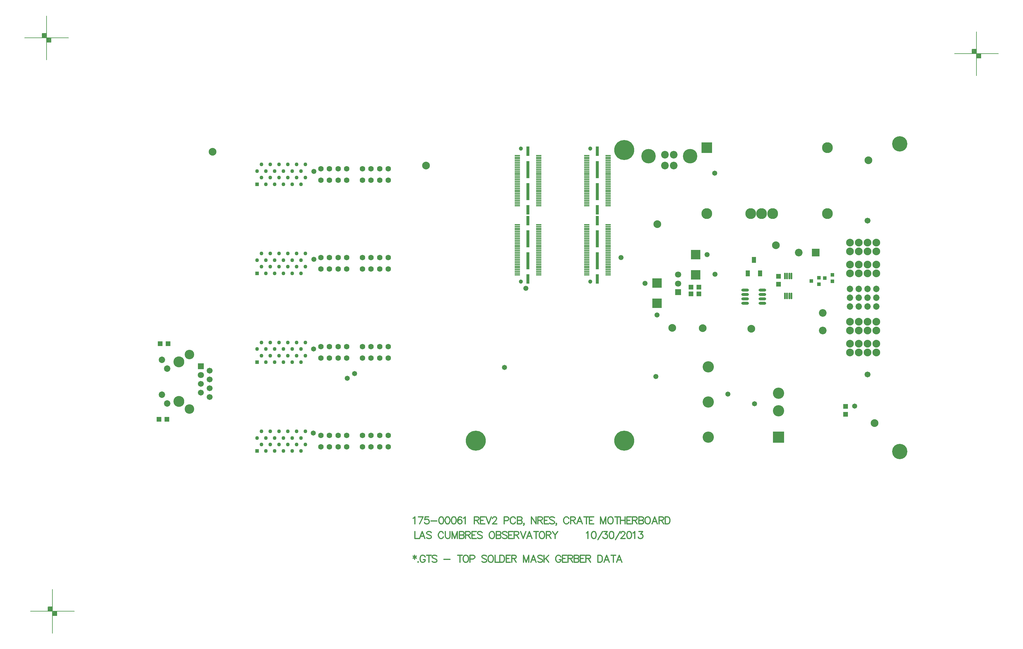
<source format=gts>
%FSLAX23Y23*%
%MOIN*%
G70*
G01*
G75*
G04 Layer_Color=8388736*
%ADD10R,0.050X0.050*%
%ADD11R,0.100X0.100*%
%ADD12R,0.039X0.059*%
%ADD13O,0.079X0.024*%
%ADD14R,0.036X0.036*%
%ADD15O,0.014X0.067*%
%ADD16R,0.050X0.050*%
%ADD17R,0.025X0.100*%
%ADD18R,0.057X0.012*%
%ADD19R,0.025X0.185*%
%ADD20C,0.050*%
%ADD21C,0.025*%
%ADD22C,0.010*%
%ADD23C,0.006*%
%ADD24C,0.012*%
%ADD25C,0.008*%
%ADD26C,0.012*%
%ADD27C,0.012*%
%ADD28C,0.166*%
%ADD29C,0.080*%
%ADD30R,0.063X0.063*%
%ADD31C,0.063*%
%ADD32C,0.120*%
%ADD33R,0.120X0.120*%
%ADD34C,0.079*%
%ADD35R,0.079X0.079*%
%ADD36R,0.115X0.115*%
%ADD37C,0.115*%
%ADD38C,0.059*%
%ADD39C,0.065*%
%ADD40C,0.100*%
%ADD41C,0.116*%
%ADD42C,0.059*%
%ADD43R,0.059X0.059*%
%ADD44C,0.039*%
%ADD45C,0.220*%
%ADD46C,0.157*%
%ADD47C,0.070*%
%ADD48C,0.050*%
%ADD49C,0.020*%
%ADD50C,0.040*%
%ADD51C,0.206*%
%ADD52C,0.092*%
%ADD53C,0.079*%
%ADD54C,0.118*%
G04:AMPARAMS|DCode=55|XSize=138mil|YSize=138mil|CornerRadius=0mil|HoleSize=0mil|Usage=FLASHONLY|Rotation=0.000|XOffset=0mil|YOffset=0mil|HoleType=Round|Shape=Relief|Width=10mil|Gap=10mil|Entries=4|*
%AMTHD55*
7,0,0,0.138,0.118,0.010,45*
%
%ADD55THD55*%
G04:AMPARAMS|DCode=56|XSize=107.244mil|YSize=107.244mil|CornerRadius=0mil|HoleSize=0mil|Usage=FLASHONLY|Rotation=0.000|XOffset=0mil|YOffset=0mil|HoleType=Round|Shape=Relief|Width=10mil|Gap=10mil|Entries=4|*
%AMTHD56*
7,0,0,0.107,0.087,0.010,45*
%
%ADD56THD56*%
%ADD57C,0.087*%
%ADD58C,0.190*%
G04:AMPARAMS|DCode=59|XSize=112mil|YSize=112mil|CornerRadius=0mil|HoleSize=0mil|Usage=FLASHONLY|Rotation=0.000|XOffset=0mil|YOffset=0mil|HoleType=Round|Shape=Relief|Width=10mil|Gap=10mil|Entries=4|*
%AMTHD59*
7,0,0,0.112,0.092,0.010,45*
%
%ADD59THD59*%
G04:AMPARAMS|DCode=60|XSize=100mil|YSize=100mil|CornerRadius=0mil|HoleSize=0mil|Usage=FLASHONLY|Rotation=0.000|XOffset=0mil|YOffset=0mil|HoleType=Round|Shape=Relief|Width=10mil|Gap=10mil|Entries=4|*
%AMTHD60*
7,0,0,0.100,0.080,0.010,45*
%
%ADD60THD60*%
G04:AMPARAMS|DCode=61|XSize=123mil|YSize=123mil|CornerRadius=0mil|HoleSize=0mil|Usage=FLASHONLY|Rotation=0.000|XOffset=0mil|YOffset=0mil|HoleType=Round|Shape=Relief|Width=10mil|Gap=10mil|Entries=4|*
%AMTHD61*
7,0,0,0.123,0.103,0.010,45*
%
%ADD61THD61*%
%ADD62C,0.168*%
%ADD63C,0.075*%
%ADD64C,0.080*%
%ADD65C,0.076*%
G04:AMPARAMS|DCode=66|XSize=96.221mil|YSize=96.221mil|CornerRadius=0mil|HoleSize=0mil|Usage=FLASHONLY|Rotation=0.000|XOffset=0mil|YOffset=0mil|HoleType=Round|Shape=Relief|Width=10mil|Gap=10mil|Entries=4|*
%AMTHD66*
7,0,0,0.096,0.076,0.010,45*
%
%ADD66THD66*%
G04:AMPARAMS|DCode=67|XSize=150.551mil|YSize=150.551mil|CornerRadius=0mil|HoleSize=0mil|Usage=FLASHONLY|Rotation=0.000|XOffset=0mil|YOffset=0mil|HoleType=Round|Shape=Relief|Width=10mil|Gap=10mil|Entries=4|*
%AMTHD67*
7,0,0,0.151,0.131,0.010,45*
%
%ADD67THD67*%
G04:AMPARAMS|DCode=68|XSize=91mil|YSize=91mil|CornerRadius=0mil|HoleSize=0mil|Usage=FLASHONLY|Rotation=0.000|XOffset=0mil|YOffset=0mil|HoleType=Round|Shape=Relief|Width=10mil|Gap=10mil|Entries=4|*
%AMTHD68*
7,0,0,0.091,0.071,0.010,45*
%
%ADD68THD68*%
%ADD69C,0.071*%
%ADD70C,0.068*%
G04:AMPARAMS|DCode=71|XSize=70mil|YSize=70mil|CornerRadius=0mil|HoleSize=0mil|Usage=FLASHONLY|Rotation=0.000|XOffset=0mil|YOffset=0mil|HoleType=Round|Shape=Relief|Width=10mil|Gap=10mil|Entries=4|*
%AMTHD71*
7,0,0,0.070,0.050,0.010,45*
%
%ADD71THD71*%
G04:AMPARAMS|DCode=72|XSize=88mil|YSize=88mil|CornerRadius=0mil|HoleSize=0mil|Usage=FLASHONLY|Rotation=0.000|XOffset=0mil|YOffset=0mil|HoleType=Round|Shape=Relief|Width=10mil|Gap=10mil|Entries=4|*
%AMTHD72*
7,0,0,0.088,0.068,0.010,45*
%
%ADD72THD72*%
%ADD73C,0.020*%
%ADD74C,0.103*%
%ADD75C,0.131*%
%ADD76C,0.005*%
%ADD77R,0.060X0.086*%
%ADD78R,0.100X0.100*%
%ADD79R,0.102X0.094*%
%ADD80R,0.059X0.087*%
%ADD81R,0.094X0.102*%
%ADD82R,0.045X0.017*%
%ADD83R,0.053X0.053*%
%ADD84R,0.053X0.035*%
%ADD85C,0.010*%
%ADD86C,0.010*%
%ADD87C,0.024*%
%ADD88C,0.007*%
%ADD89C,0.008*%
%ADD90C,0.007*%
%ADD91C,0.015*%
%ADD92R,0.194X0.245*%
%ADD93R,0.058X0.058*%
%ADD94R,0.108X0.108*%
%ADD95R,0.047X0.067*%
%ADD96O,0.087X0.032*%
%ADD97R,0.044X0.044*%
%ADD98O,0.022X0.075*%
%ADD99R,0.058X0.058*%
%ADD100R,0.033X0.108*%
%ADD101R,0.061X0.016*%
%ADD102R,0.033X0.193*%
%ADD103C,0.174*%
%ADD104C,0.088*%
%ADD105R,0.071X0.071*%
%ADD106C,0.071*%
%ADD107C,0.128*%
%ADD108R,0.128X0.128*%
%ADD109C,0.087*%
%ADD110R,0.087X0.087*%
%ADD111R,0.123X0.123*%
%ADD112C,0.123*%
%ADD113C,0.067*%
%ADD114C,0.073*%
%ADD115C,0.108*%
%ADD116C,0.124*%
%ADD117C,0.067*%
%ADD118R,0.067X0.067*%
%ADD119C,0.047*%
%ADD120C,0.228*%
%ADD121C,0.165*%
%ADD122C,0.063*%
%ADD123C,0.043*%
%ADD124R,0.043X0.043*%
%ADD125C,0.058*%
D24*
X13410Y9183D02*
Y9137D01*
X13391Y9172D02*
X13429Y9149D01*
Y9172D02*
X13391Y9149D01*
X13449Y9111D02*
X13445Y9107D01*
X13449Y9103D01*
X13453Y9107D01*
X13449Y9111D01*
X13528Y9164D02*
X13524Y9172D01*
X13516Y9179D01*
X13509Y9183D01*
X13493D01*
X13486Y9179D01*
X13478Y9172D01*
X13474Y9164D01*
X13471Y9153D01*
Y9133D01*
X13474Y9122D01*
X13478Y9114D01*
X13486Y9107D01*
X13493Y9103D01*
X13509D01*
X13516Y9107D01*
X13524Y9114D01*
X13528Y9122D01*
Y9133D01*
X13509D02*
X13528D01*
X13573Y9183D02*
Y9103D01*
X13546Y9183D02*
X13599D01*
X13662Y9172D02*
X13655Y9179D01*
X13643Y9183D01*
X13628D01*
X13616Y9179D01*
X13609Y9172D01*
Y9164D01*
X13613Y9156D01*
X13616Y9153D01*
X13624Y9149D01*
X13647Y9141D01*
X13655Y9137D01*
X13658Y9133D01*
X13662Y9126D01*
Y9114D01*
X13655Y9107D01*
X13643Y9103D01*
X13628D01*
X13616Y9107D01*
X13609Y9114D01*
X13743Y9137D02*
X13811D01*
X13925Y9183D02*
Y9103D01*
X13898Y9183D02*
X13951D01*
X13984D02*
X13976Y9179D01*
X13968Y9172D01*
X13965Y9164D01*
X13961Y9153D01*
Y9133D01*
X13965Y9122D01*
X13968Y9114D01*
X13976Y9107D01*
X13984Y9103D01*
X13999D01*
X14006Y9107D01*
X14014Y9114D01*
X14018Y9122D01*
X14022Y9133D01*
Y9153D01*
X14018Y9164D01*
X14014Y9172D01*
X14006Y9179D01*
X13999Y9183D01*
X13984D01*
X14040Y9141D02*
X14075D01*
X14086Y9145D01*
X14090Y9149D01*
X14094Y9156D01*
Y9168D01*
X14090Y9175D01*
X14086Y9179D01*
X14075Y9183D01*
X14040D01*
Y9103D01*
X14228Y9172D02*
X14220Y9179D01*
X14209Y9183D01*
X14193D01*
X14182Y9179D01*
X14174Y9172D01*
Y9164D01*
X14178Y9156D01*
X14182Y9153D01*
X14190Y9149D01*
X14213Y9141D01*
X14220Y9137D01*
X14224Y9133D01*
X14228Y9126D01*
Y9114D01*
X14220Y9107D01*
X14209Y9103D01*
X14193D01*
X14182Y9107D01*
X14174Y9114D01*
X14269Y9183D02*
X14261Y9179D01*
X14253Y9172D01*
X14249Y9164D01*
X14246Y9153D01*
Y9133D01*
X14249Y9122D01*
X14253Y9114D01*
X14261Y9107D01*
X14269Y9103D01*
X14284D01*
X14291Y9107D01*
X14299Y9114D01*
X14303Y9122D01*
X14307Y9133D01*
Y9153D01*
X14303Y9164D01*
X14299Y9172D01*
X14291Y9179D01*
X14284Y9183D01*
X14269D01*
X14325D02*
Y9103D01*
X14371D01*
X14380Y9183D02*
Y9103D01*
Y9183D02*
X14406D01*
X14418Y9179D01*
X14425Y9172D01*
X14429Y9164D01*
X14433Y9153D01*
Y9133D01*
X14429Y9122D01*
X14425Y9114D01*
X14418Y9107D01*
X14406Y9103D01*
X14380D01*
X14500Y9183D02*
X14451D01*
Y9103D01*
X14500D01*
X14451Y9145D02*
X14481D01*
X14514Y9183D02*
Y9103D01*
Y9183D02*
X14548D01*
X14560Y9179D01*
X14563Y9175D01*
X14567Y9168D01*
Y9160D01*
X14563Y9153D01*
X14560Y9149D01*
X14548Y9145D01*
X14514D01*
X14540D02*
X14567Y9103D01*
X14648Y9183D02*
Y9103D01*
Y9183D02*
X14678Y9103D01*
X14709Y9183D02*
X14678Y9103D01*
X14709Y9183D02*
Y9103D01*
X14793D02*
X14762Y9183D01*
X14732Y9103D01*
X14743Y9130D02*
X14781D01*
X14865Y9172D02*
X14857Y9179D01*
X14846Y9183D01*
X14830D01*
X14819Y9179D01*
X14811Y9172D01*
Y9164D01*
X14815Y9156D01*
X14819Y9153D01*
X14827Y9149D01*
X14849Y9141D01*
X14857Y9137D01*
X14861Y9133D01*
X14865Y9126D01*
Y9114D01*
X14857Y9107D01*
X14846Y9103D01*
X14830D01*
X14819Y9107D01*
X14811Y9114D01*
X14882Y9183D02*
Y9103D01*
X14936Y9183D02*
X14882Y9130D01*
X14902Y9149D02*
X14936Y9103D01*
X15074Y9164D02*
X15070Y9172D01*
X15062Y9179D01*
X15055Y9183D01*
X15039D01*
X15032Y9179D01*
X15024Y9172D01*
X15020Y9164D01*
X15017Y9153D01*
Y9133D01*
X15020Y9122D01*
X15024Y9114D01*
X15032Y9107D01*
X15039Y9103D01*
X15055D01*
X15062Y9107D01*
X15070Y9114D01*
X15074Y9122D01*
Y9133D01*
X15055D02*
X15074D01*
X15141Y9183D02*
X15092D01*
Y9103D01*
X15141D01*
X15092Y9145D02*
X15122D01*
X15155Y9183D02*
Y9103D01*
Y9183D02*
X15189D01*
X15201Y9179D01*
X15204Y9175D01*
X15208Y9168D01*
Y9160D01*
X15204Y9153D01*
X15201Y9149D01*
X15189Y9145D01*
X15155D01*
X15181D02*
X15208Y9103D01*
X15226Y9183D02*
Y9103D01*
Y9183D02*
X15260D01*
X15272Y9179D01*
X15276Y9175D01*
X15279Y9168D01*
Y9160D01*
X15276Y9153D01*
X15272Y9149D01*
X15260Y9145D01*
X15226D02*
X15260D01*
X15272Y9141D01*
X15276Y9137D01*
X15279Y9130D01*
Y9118D01*
X15276Y9111D01*
X15272Y9107D01*
X15260Y9103D01*
X15226D01*
X15347Y9183D02*
X15297D01*
Y9103D01*
X15347D01*
X15297Y9145D02*
X15328D01*
X15360Y9183D02*
Y9103D01*
Y9183D02*
X15394D01*
X15406Y9179D01*
X15410Y9175D01*
X15413Y9168D01*
Y9160D01*
X15410Y9153D01*
X15406Y9149D01*
X15394Y9145D01*
X15360D01*
X15387D02*
X15413Y9103D01*
X15494Y9183D02*
Y9103D01*
Y9183D02*
X15521D01*
X15532Y9179D01*
X15540Y9172D01*
X15544Y9164D01*
X15547Y9153D01*
Y9133D01*
X15544Y9122D01*
X15540Y9114D01*
X15532Y9107D01*
X15521Y9103D01*
X15494D01*
X15626D02*
X15596Y9183D01*
X15565Y9103D01*
X15577Y9130D02*
X15615D01*
X15672Y9183D02*
Y9103D01*
X15645Y9183D02*
X15698D01*
X15769Y9103D02*
X15738Y9183D01*
X15708Y9103D01*
X15719Y9130D02*
X15757D01*
D25*
X9306Y8521D02*
X9316D01*
Y8516D02*
Y8526D01*
X9306D02*
X9316D01*
X9306Y8516D02*
Y8526D01*
Y8516D02*
X9316D01*
X9321D02*
Y8531D01*
X9301D02*
X9321D01*
X9301Y8511D02*
Y8531D01*
Y8511D02*
X9321D01*
X9326D02*
Y8536D01*
X9296D02*
X9326D01*
X9296Y8506D02*
Y8536D01*
Y8506D02*
X9326D01*
X9331Y8501D02*
Y8541D01*
X9291D02*
X9331D01*
X9291Y8501D02*
Y8541D01*
Y8501D02*
X9331D01*
X9256Y8571D02*
X9266D01*
Y8566D02*
Y8576D01*
X9256D02*
X9266D01*
X9256Y8566D02*
Y8576D01*
Y8566D02*
X9266D01*
X9271D02*
Y8581D01*
X9251D02*
X9271D01*
X9251Y8561D02*
Y8581D01*
Y8561D02*
X9271D01*
X9276D02*
Y8586D01*
X9246D02*
X9276D01*
X9246Y8556D02*
Y8586D01*
Y8556D02*
X9276D01*
X9281Y8551D02*
Y8591D01*
X9241D02*
X9281D01*
X9241Y8551D02*
Y8591D01*
Y8551D02*
X9281D01*
X9236Y8596D02*
X9286D01*
X9236Y8546D02*
Y8596D01*
X9286Y8496D02*
X9336D01*
Y8546D01*
X9286Y8296D02*
Y8796D01*
X9036Y8546D02*
X9536D01*
X9240Y15045D02*
X9250D01*
Y15040D02*
Y15050D01*
X9240D02*
X9250D01*
X9240Y15040D02*
Y15050D01*
Y15040D02*
X9250D01*
X9255D02*
Y15055D01*
X9235D02*
X9255D01*
X9235Y15035D02*
Y15055D01*
Y15035D02*
X9255D01*
X9260D02*
Y15060D01*
X9230D02*
X9260D01*
X9230Y15030D02*
Y15060D01*
Y15030D02*
X9260D01*
X9265Y15025D02*
Y15065D01*
X9225D02*
X9265D01*
X9225Y15025D02*
Y15065D01*
Y15025D02*
X9265D01*
X9190Y15095D02*
X9200D01*
Y15090D02*
Y15100D01*
X9190D02*
X9200D01*
X9190Y15090D02*
Y15100D01*
Y15090D02*
X9200D01*
X9205D02*
Y15105D01*
X9185D02*
X9205D01*
X9185Y15085D02*
Y15105D01*
Y15085D02*
X9205D01*
X9210D02*
Y15110D01*
X9180D02*
X9210D01*
X9180Y15080D02*
Y15110D01*
Y15080D02*
X9210D01*
X9215Y15075D02*
Y15115D01*
X9175D02*
X9215D01*
X9175Y15075D02*
Y15115D01*
Y15075D02*
X9215D01*
X9170Y15120D02*
X9220D01*
X9170Y15070D02*
Y15120D01*
X9220Y15020D02*
X9270D01*
Y15070D01*
X9220Y14820D02*
Y15320D01*
X8970Y15070D02*
X9470D01*
X19824Y14865D02*
X19834D01*
Y14860D02*
Y14870D01*
X19824D02*
X19834D01*
X19824Y14860D02*
Y14870D01*
Y14860D02*
X19834D01*
X19839D02*
Y14875D01*
X19819D02*
X19839D01*
X19819Y14855D02*
Y14875D01*
Y14855D02*
X19839D01*
X19844D02*
Y14880D01*
X19814D02*
X19844D01*
X19814Y14850D02*
Y14880D01*
Y14850D02*
X19844D01*
X19849Y14845D02*
Y14885D01*
X19809D02*
X19849D01*
X19809Y14845D02*
Y14885D01*
Y14845D02*
X19849D01*
X19774Y14915D02*
X19784D01*
Y14910D02*
Y14920D01*
X19774D02*
X19784D01*
X19774Y14910D02*
Y14920D01*
Y14910D02*
X19784D01*
X19789D02*
Y14925D01*
X19769D02*
X19789D01*
X19769Y14905D02*
Y14925D01*
Y14905D02*
X19789D01*
X19794D02*
Y14930D01*
X19764D02*
X19794D01*
X19764Y14900D02*
Y14930D01*
Y14900D02*
X19794D01*
X19799Y14895D02*
Y14935D01*
X19759D02*
X19799D01*
X19759Y14895D02*
Y14935D01*
Y14895D02*
X19799D01*
X19754Y14940D02*
X19804D01*
X19754Y14890D02*
Y14940D01*
X19804Y14840D02*
X19854D01*
Y14890D01*
X19804Y14640D02*
Y15140D01*
X19554Y14890D02*
X20054D01*
D26*
X13393Y9604D02*
X13401Y9608D01*
X13412Y9619D01*
Y9539D01*
X13505Y9619D02*
X13467Y9539D01*
X13452Y9619D02*
X13505D01*
X13568D02*
X13530D01*
X13527Y9585D01*
X13530Y9589D01*
X13542Y9593D01*
X13553D01*
X13565Y9589D01*
X13572Y9581D01*
X13576Y9570D01*
Y9562D01*
X13572Y9551D01*
X13565Y9543D01*
X13553Y9539D01*
X13542D01*
X13530Y9543D01*
X13527Y9547D01*
X13523Y9555D01*
X13594Y9574D02*
X13663D01*
X13709Y9619D02*
X13698Y9616D01*
X13690Y9604D01*
X13686Y9585D01*
Y9574D01*
X13690Y9555D01*
X13698Y9543D01*
X13709Y9539D01*
X13717D01*
X13728Y9543D01*
X13736Y9555D01*
X13739Y9574D01*
Y9585D01*
X13736Y9604D01*
X13728Y9616D01*
X13717Y9619D01*
X13709D01*
X13780D02*
X13769Y9616D01*
X13761Y9604D01*
X13757Y9585D01*
Y9574D01*
X13761Y9555D01*
X13769Y9543D01*
X13780Y9539D01*
X13788D01*
X13799Y9543D01*
X13807Y9555D01*
X13811Y9574D01*
Y9585D01*
X13807Y9604D01*
X13799Y9616D01*
X13788Y9619D01*
X13780D01*
X13851D02*
X13840Y9616D01*
X13832Y9604D01*
X13829Y9585D01*
Y9574D01*
X13832Y9555D01*
X13840Y9543D01*
X13851Y9539D01*
X13859D01*
X13871Y9543D01*
X13878Y9555D01*
X13882Y9574D01*
Y9585D01*
X13878Y9604D01*
X13871Y9616D01*
X13859Y9619D01*
X13851D01*
X13946Y9608D02*
X13942Y9616D01*
X13930Y9619D01*
X13923D01*
X13911Y9616D01*
X13904Y9604D01*
X13900Y9585D01*
Y9566D01*
X13904Y9551D01*
X13911Y9543D01*
X13923Y9539D01*
X13926D01*
X13938Y9543D01*
X13946Y9551D01*
X13949Y9562D01*
Y9566D01*
X13946Y9577D01*
X13938Y9585D01*
X13926Y9589D01*
X13923D01*
X13911Y9585D01*
X13904Y9577D01*
X13900Y9566D01*
X13967Y9604D02*
X13974Y9608D01*
X13986Y9619D01*
Y9539D01*
X14088Y9619D02*
Y9539D01*
Y9619D02*
X14123D01*
X14134Y9616D01*
X14138Y9612D01*
X14142Y9604D01*
Y9596D01*
X14138Y9589D01*
X14134Y9585D01*
X14123Y9581D01*
X14088D01*
X14115D02*
X14142Y9539D01*
X14209Y9619D02*
X14160D01*
Y9539D01*
X14209D01*
X14160Y9581D02*
X14190D01*
X14222Y9619D02*
X14253Y9539D01*
X14283Y9619D02*
X14253Y9539D01*
X14297Y9600D02*
Y9604D01*
X14301Y9612D01*
X14305Y9616D01*
X14313Y9619D01*
X14328D01*
X14336Y9616D01*
X14339Y9612D01*
X14343Y9604D01*
Y9596D01*
X14339Y9589D01*
X14332Y9577D01*
X14294Y9539D01*
X14347D01*
X14428Y9577D02*
X14462D01*
X14473Y9581D01*
X14477Y9585D01*
X14481Y9593D01*
Y9604D01*
X14477Y9612D01*
X14473Y9616D01*
X14462Y9619D01*
X14428D01*
Y9539D01*
X14556Y9600D02*
X14552Y9608D01*
X14545Y9616D01*
X14537Y9619D01*
X14522D01*
X14514Y9616D01*
X14507Y9608D01*
X14503Y9600D01*
X14499Y9589D01*
Y9570D01*
X14503Y9558D01*
X14507Y9551D01*
X14514Y9543D01*
X14522Y9539D01*
X14537D01*
X14545Y9543D01*
X14552Y9551D01*
X14556Y9558D01*
X14579Y9619D02*
Y9539D01*
Y9619D02*
X14613D01*
X14624Y9616D01*
X14628Y9612D01*
X14632Y9604D01*
Y9596D01*
X14628Y9589D01*
X14624Y9585D01*
X14613Y9581D01*
X14579D02*
X14613D01*
X14624Y9577D01*
X14628Y9574D01*
X14632Y9566D01*
Y9555D01*
X14628Y9547D01*
X14624Y9543D01*
X14613Y9539D01*
X14579D01*
X14657Y9543D02*
X14654Y9539D01*
X14650Y9543D01*
X14654Y9547D01*
X14657Y9543D01*
Y9536D01*
X14654Y9528D01*
X14650Y9524D01*
X14738Y9619D02*
Y9539D01*
Y9619D02*
X14791Y9539D01*
Y9619D02*
Y9539D01*
X14813Y9619D02*
Y9539D01*
Y9619D02*
X14847D01*
X14859Y9616D01*
X14863Y9612D01*
X14866Y9604D01*
Y9596D01*
X14863Y9589D01*
X14859Y9585D01*
X14847Y9581D01*
X14813D01*
X14840D02*
X14866Y9539D01*
X14934Y9619D02*
X14884D01*
Y9539D01*
X14934D01*
X14884Y9581D02*
X14915D01*
X15001Y9608D02*
X14993Y9616D01*
X14982Y9619D01*
X14966D01*
X14955Y9616D01*
X14947Y9608D01*
Y9600D01*
X14951Y9593D01*
X14955Y9589D01*
X14962Y9585D01*
X14985Y9577D01*
X14993Y9574D01*
X14997Y9570D01*
X15001Y9562D01*
Y9551D01*
X14993Y9543D01*
X14982Y9539D01*
X14966D01*
X14955Y9543D01*
X14947Y9551D01*
X15026Y9543D02*
X15022Y9539D01*
X15018Y9543D01*
X15022Y9547D01*
X15026Y9543D01*
Y9536D01*
X15022Y9528D01*
X15018Y9524D01*
X15164Y9600D02*
X15160Y9608D01*
X15152Y9616D01*
X15145Y9619D01*
X15129D01*
X15122Y9616D01*
X15114Y9608D01*
X15110Y9600D01*
X15106Y9589D01*
Y9570D01*
X15110Y9558D01*
X15114Y9551D01*
X15122Y9543D01*
X15129Y9539D01*
X15145D01*
X15152Y9543D01*
X15160Y9551D01*
X15164Y9558D01*
X15186Y9619D02*
Y9539D01*
Y9619D02*
X15220D01*
X15232Y9616D01*
X15236Y9612D01*
X15239Y9604D01*
Y9596D01*
X15236Y9589D01*
X15232Y9585D01*
X15220Y9581D01*
X15186D01*
X15213D02*
X15239Y9539D01*
X15318D02*
X15288Y9619D01*
X15257Y9539D01*
X15269Y9566D02*
X15307D01*
X15364Y9619D02*
Y9539D01*
X15337Y9619D02*
X15390D01*
X15449D02*
X15400D01*
Y9539D01*
X15449D01*
X15400Y9581D02*
X15430D01*
X15525Y9619D02*
Y9539D01*
Y9619D02*
X15556Y9539D01*
X15586Y9619D02*
X15556Y9539D01*
X15586Y9619D02*
Y9539D01*
X15632Y9619D02*
X15624Y9616D01*
X15617Y9608D01*
X15613Y9600D01*
X15609Y9589D01*
Y9570D01*
X15613Y9558D01*
X15617Y9551D01*
X15624Y9543D01*
X15632Y9539D01*
X15647D01*
X15655Y9543D01*
X15662Y9551D01*
X15666Y9558D01*
X15670Y9570D01*
Y9589D01*
X15666Y9600D01*
X15662Y9608D01*
X15655Y9616D01*
X15647Y9619D01*
X15632D01*
X15715D02*
Y9539D01*
X15689Y9619D02*
X15742D01*
X15752D02*
Y9539D01*
X15805Y9619D02*
Y9539D01*
X15752Y9581D02*
X15805D01*
X15877Y9619D02*
X15827D01*
Y9539D01*
X15877D01*
X15827Y9581D02*
X15858D01*
X15890Y9619D02*
Y9539D01*
Y9619D02*
X15924D01*
X15936Y9616D01*
X15939Y9612D01*
X15943Y9604D01*
Y9596D01*
X15939Y9589D01*
X15936Y9585D01*
X15924Y9581D01*
X15890D01*
X15917D02*
X15943Y9539D01*
X15961Y9619D02*
Y9539D01*
Y9619D02*
X15995D01*
X16007Y9616D01*
X16011Y9612D01*
X16014Y9604D01*
Y9596D01*
X16011Y9589D01*
X16007Y9585D01*
X15995Y9581D01*
X15961D02*
X15995D01*
X16007Y9577D01*
X16011Y9574D01*
X16014Y9566D01*
Y9555D01*
X16011Y9547D01*
X16007Y9543D01*
X15995Y9539D01*
X15961D01*
X16055Y9619D02*
X16048Y9616D01*
X16040Y9608D01*
X16036Y9600D01*
X16032Y9589D01*
Y9570D01*
X16036Y9558D01*
X16040Y9551D01*
X16048Y9543D01*
X16055Y9539D01*
X16070D01*
X16078Y9543D01*
X16086Y9551D01*
X16089Y9558D01*
X16093Y9570D01*
Y9589D01*
X16089Y9600D01*
X16086Y9608D01*
X16078Y9616D01*
X16070Y9619D01*
X16055D01*
X16173Y9539D02*
X16142Y9619D01*
X16112Y9539D01*
X16123Y9566D02*
X16161D01*
X16192Y9619D02*
Y9539D01*
Y9619D02*
X16226D01*
X16237Y9616D01*
X16241Y9612D01*
X16245Y9604D01*
Y9596D01*
X16241Y9589D01*
X16237Y9585D01*
X16226Y9581D01*
X16192D01*
X16218D02*
X16245Y9539D01*
X16263Y9619D02*
Y9539D01*
Y9619D02*
X16289D01*
X16301Y9616D01*
X16308Y9608D01*
X16312Y9600D01*
X16316Y9589D01*
Y9570D01*
X16312Y9558D01*
X16308Y9551D01*
X16301Y9543D01*
X16289Y9539D01*
X16263D01*
D27*
X13412Y9453D02*
Y9373D01*
X13458D01*
X13527D02*
X13497Y9453D01*
X13466Y9373D01*
X13478Y9399D02*
X13516D01*
X13599Y9441D02*
X13592Y9449D01*
X13580Y9453D01*
X13565D01*
X13554Y9449D01*
X13546Y9441D01*
Y9434D01*
X13550Y9426D01*
X13554Y9422D01*
X13561Y9418D01*
X13584Y9411D01*
X13592Y9407D01*
X13596Y9403D01*
X13599Y9395D01*
Y9384D01*
X13592Y9376D01*
X13580Y9373D01*
X13565D01*
X13554Y9376D01*
X13546Y9384D01*
X13737Y9434D02*
X13733Y9441D01*
X13726Y9449D01*
X13718Y9453D01*
X13703D01*
X13695Y9449D01*
X13688Y9441D01*
X13684Y9434D01*
X13680Y9422D01*
Y9403D01*
X13684Y9392D01*
X13688Y9384D01*
X13695Y9376D01*
X13703Y9373D01*
X13718D01*
X13726Y9376D01*
X13733Y9384D01*
X13737Y9392D01*
X13760Y9453D02*
Y9395D01*
X13764Y9384D01*
X13771Y9376D01*
X13783Y9373D01*
X13790D01*
X13802Y9376D01*
X13809Y9384D01*
X13813Y9395D01*
Y9453D01*
X13835D02*
Y9373D01*
Y9453D02*
X13866Y9373D01*
X13896Y9453D02*
X13866Y9373D01*
X13896Y9453D02*
Y9373D01*
X13919Y9453D02*
Y9373D01*
Y9453D02*
X13953D01*
X13965Y9449D01*
X13968Y9445D01*
X13972Y9437D01*
Y9430D01*
X13968Y9422D01*
X13965Y9418D01*
X13953Y9414D01*
X13919D02*
X13953D01*
X13965Y9411D01*
X13968Y9407D01*
X13972Y9399D01*
Y9388D01*
X13968Y9380D01*
X13965Y9376D01*
X13953Y9373D01*
X13919D01*
X13990Y9453D02*
Y9373D01*
Y9453D02*
X14024D01*
X14036Y9449D01*
X14040Y9445D01*
X14044Y9437D01*
Y9430D01*
X14040Y9422D01*
X14036Y9418D01*
X14024Y9414D01*
X13990D01*
X14017D02*
X14044Y9373D01*
X14111Y9453D02*
X14061D01*
Y9373D01*
X14111D01*
X14061Y9414D02*
X14092D01*
X14178Y9441D02*
X14170Y9449D01*
X14159Y9453D01*
X14143D01*
X14132Y9449D01*
X14124Y9441D01*
Y9434D01*
X14128Y9426D01*
X14132Y9422D01*
X14139Y9418D01*
X14162Y9411D01*
X14170Y9407D01*
X14174Y9403D01*
X14178Y9395D01*
Y9384D01*
X14170Y9376D01*
X14159Y9373D01*
X14143D01*
X14132Y9376D01*
X14124Y9384D01*
X14281Y9453D02*
X14274Y9449D01*
X14266Y9441D01*
X14262Y9434D01*
X14258Y9422D01*
Y9403D01*
X14262Y9392D01*
X14266Y9384D01*
X14274Y9376D01*
X14281Y9373D01*
X14296D01*
X14304Y9376D01*
X14312Y9384D01*
X14315Y9392D01*
X14319Y9403D01*
Y9422D01*
X14315Y9434D01*
X14312Y9441D01*
X14304Y9449D01*
X14296Y9453D01*
X14281D01*
X14338D02*
Y9373D01*
Y9453D02*
X14372D01*
X14384Y9449D01*
X14387Y9445D01*
X14391Y9437D01*
Y9430D01*
X14387Y9422D01*
X14384Y9418D01*
X14372Y9414D01*
X14338D02*
X14372D01*
X14384Y9411D01*
X14387Y9407D01*
X14391Y9399D01*
Y9388D01*
X14387Y9380D01*
X14384Y9376D01*
X14372Y9373D01*
X14338D01*
X14462Y9441D02*
X14455Y9449D01*
X14443Y9453D01*
X14428D01*
X14417Y9449D01*
X14409Y9441D01*
Y9434D01*
X14413Y9426D01*
X14417Y9422D01*
X14424Y9418D01*
X14447Y9411D01*
X14455Y9407D01*
X14459Y9403D01*
X14462Y9395D01*
Y9384D01*
X14455Y9376D01*
X14443Y9373D01*
X14428D01*
X14417Y9376D01*
X14409Y9384D01*
X14530Y9453D02*
X14480D01*
Y9373D01*
X14530D01*
X14480Y9414D02*
X14511D01*
X14543Y9453D02*
Y9373D01*
Y9453D02*
X14577D01*
X14589Y9449D01*
X14593Y9445D01*
X14597Y9437D01*
Y9430D01*
X14593Y9422D01*
X14589Y9418D01*
X14577Y9414D01*
X14543D01*
X14570D02*
X14597Y9373D01*
X14614Y9453D02*
X14645Y9373D01*
X14675Y9453D02*
X14645Y9373D01*
X14747D02*
X14716Y9453D01*
X14686Y9373D01*
X14697Y9399D02*
X14735D01*
X14792Y9453D02*
Y9373D01*
X14765Y9453D02*
X14819D01*
X14851D02*
X14843Y9449D01*
X14836Y9441D01*
X14832Y9434D01*
X14828Y9422D01*
Y9403D01*
X14832Y9392D01*
X14836Y9384D01*
X14843Y9376D01*
X14851Y9373D01*
X14866D01*
X14874Y9376D01*
X14881Y9384D01*
X14885Y9392D01*
X14889Y9403D01*
Y9422D01*
X14885Y9434D01*
X14881Y9441D01*
X14874Y9449D01*
X14866Y9453D01*
X14851D01*
X14908D02*
Y9373D01*
Y9453D02*
X14942D01*
X14953Y9449D01*
X14957Y9445D01*
X14961Y9437D01*
Y9430D01*
X14957Y9422D01*
X14953Y9418D01*
X14942Y9414D01*
X14908D01*
X14934D02*
X14961Y9373D01*
X14979Y9453D02*
X15009Y9414D01*
Y9373D01*
X15040Y9453D02*
X15009Y9414D01*
X15364Y9437D02*
X15372Y9441D01*
X15383Y9453D01*
Y9373D01*
X15446Y9453D02*
X15434Y9449D01*
X15427Y9437D01*
X15423Y9418D01*
Y9407D01*
X15427Y9388D01*
X15434Y9376D01*
X15446Y9373D01*
X15453D01*
X15465Y9376D01*
X15473Y9388D01*
X15476Y9407D01*
Y9418D01*
X15473Y9437D01*
X15465Y9449D01*
X15453Y9453D01*
X15446D01*
X15494Y9361D02*
X15548Y9453D01*
X15561D02*
X15602D01*
X15580Y9422D01*
X15591D01*
X15599Y9418D01*
X15602Y9414D01*
X15606Y9403D01*
Y9395D01*
X15602Y9384D01*
X15595Y9376D01*
X15583Y9373D01*
X15572D01*
X15561Y9376D01*
X15557Y9380D01*
X15553Y9388D01*
X15647Y9453D02*
X15636Y9449D01*
X15628Y9437D01*
X15624Y9418D01*
Y9407D01*
X15628Y9388D01*
X15636Y9376D01*
X15647Y9373D01*
X15655D01*
X15666Y9376D01*
X15674Y9388D01*
X15677Y9407D01*
Y9418D01*
X15674Y9437D01*
X15666Y9449D01*
X15655Y9453D01*
X15647D01*
X15695Y9361D02*
X15749Y9453D01*
X15758Y9434D02*
Y9437D01*
X15762Y9445D01*
X15765Y9449D01*
X15773Y9453D01*
X15788D01*
X15796Y9449D01*
X15800Y9445D01*
X15804Y9437D01*
Y9430D01*
X15800Y9422D01*
X15792Y9411D01*
X15754Y9373D01*
X15807D01*
X15848Y9453D02*
X15837Y9449D01*
X15829Y9437D01*
X15825Y9418D01*
Y9407D01*
X15829Y9388D01*
X15837Y9376D01*
X15848Y9373D01*
X15856D01*
X15867Y9376D01*
X15875Y9388D01*
X15879Y9407D01*
Y9418D01*
X15875Y9437D01*
X15867Y9449D01*
X15856Y9453D01*
X15848D01*
X15896Y9437D02*
X15904Y9441D01*
X15915Y9453D01*
Y9373D01*
X15963Y9453D02*
X16005D01*
X15982Y9422D01*
X15993D01*
X16001Y9418D01*
X16005Y9414D01*
X16008Y9403D01*
Y9395D01*
X16005Y9384D01*
X15997Y9376D01*
X15986Y9373D01*
X15974D01*
X15963Y9376D01*
X15959Y9380D01*
X15955Y9388D01*
D93*
X16554Y12155D02*
D03*
X16644D02*
D03*
X16554Y12234D02*
D03*
X16644D02*
D03*
X10588Y10729D02*
D03*
X10498D02*
D03*
X10603Y11589D02*
D03*
X10513D02*
D03*
D94*
X16609Y12604D02*
D03*
Y12374D02*
D03*
X16169Y12050D02*
D03*
Y12280D02*
D03*
D95*
X17203Y12389D02*
D03*
X17272Y12543D02*
D03*
X17341Y12389D02*
D03*
D96*
X17370Y12050D02*
D03*
Y12100D02*
D03*
Y12150D02*
D03*
Y12200D02*
D03*
X17173Y12050D02*
D03*
Y12100D02*
D03*
Y12150D02*
D03*
Y12200D02*
D03*
D97*
X18012Y12339D02*
D03*
X17926Y12302D02*
D03*
X18012Y12265D02*
D03*
X18165Y12372D02*
D03*
X18079Y12335D02*
D03*
X18165Y12298D02*
D03*
D98*
X17700Y12358D02*
D03*
X17675D02*
D03*
X17649D02*
D03*
X17624D02*
D03*
X17700Y12133D02*
D03*
X17675D02*
D03*
X17649D02*
D03*
X17624D02*
D03*
D99*
X17551Y12265D02*
D03*
Y12355D02*
D03*
X18314Y10877D02*
D03*
Y10787D02*
D03*
D100*
X14700Y13113D02*
D03*
Y12991D02*
D03*
Y12326D02*
D03*
Y13778D02*
D03*
X15490Y13113D02*
D03*
Y12991D02*
D03*
Y12326D02*
D03*
Y13778D02*
D03*
D101*
X14578Y12373D02*
D03*
Y12393D02*
D03*
Y12412D02*
D03*
Y12432D02*
D03*
Y12452D02*
D03*
Y12471D02*
D03*
Y12491D02*
D03*
Y12511D02*
D03*
Y12530D02*
D03*
Y12550D02*
D03*
Y12570D02*
D03*
Y12589D02*
D03*
Y12609D02*
D03*
Y12629D02*
D03*
Y12648D02*
D03*
Y12668D02*
D03*
Y12688D02*
D03*
Y12707D02*
D03*
Y12727D02*
D03*
Y12747D02*
D03*
Y12767D02*
D03*
Y12786D02*
D03*
Y12806D02*
D03*
Y12826D02*
D03*
Y12845D02*
D03*
Y12865D02*
D03*
Y12885D02*
D03*
Y12904D02*
D03*
Y12924D02*
D03*
Y12944D02*
D03*
Y13160D02*
D03*
Y13180D02*
D03*
Y13200D02*
D03*
Y13219D02*
D03*
Y13239D02*
D03*
Y13259D02*
D03*
Y13278D02*
D03*
Y13298D02*
D03*
Y13318D02*
D03*
Y13337D02*
D03*
Y13357D02*
D03*
Y13377D02*
D03*
Y13396D02*
D03*
Y13416D02*
D03*
Y13436D02*
D03*
Y13456D02*
D03*
Y13475D02*
D03*
Y13495D02*
D03*
Y13515D02*
D03*
Y13534D02*
D03*
Y13554D02*
D03*
Y13574D02*
D03*
Y13593D02*
D03*
Y13613D02*
D03*
Y13633D02*
D03*
Y13652D02*
D03*
Y13672D02*
D03*
Y13692D02*
D03*
Y13711D02*
D03*
Y13731D02*
D03*
X14821Y12373D02*
D03*
Y12393D02*
D03*
Y12412D02*
D03*
Y12432D02*
D03*
Y12452D02*
D03*
Y12471D02*
D03*
Y12491D02*
D03*
Y12511D02*
D03*
Y12530D02*
D03*
Y12550D02*
D03*
Y12570D02*
D03*
Y12589D02*
D03*
Y12609D02*
D03*
Y12629D02*
D03*
Y12648D02*
D03*
Y12668D02*
D03*
Y12688D02*
D03*
Y12707D02*
D03*
Y12727D02*
D03*
Y12747D02*
D03*
Y12767D02*
D03*
Y12786D02*
D03*
Y12806D02*
D03*
Y12826D02*
D03*
Y12845D02*
D03*
Y12865D02*
D03*
Y12885D02*
D03*
Y12904D02*
D03*
Y12924D02*
D03*
Y12944D02*
D03*
Y13160D02*
D03*
Y13180D02*
D03*
Y13200D02*
D03*
Y13219D02*
D03*
Y13239D02*
D03*
Y13259D02*
D03*
Y13278D02*
D03*
Y13298D02*
D03*
Y13318D02*
D03*
Y13337D02*
D03*
Y13357D02*
D03*
Y13377D02*
D03*
Y13396D02*
D03*
Y13416D02*
D03*
Y13436D02*
D03*
Y13456D02*
D03*
Y13475D02*
D03*
Y13495D02*
D03*
Y13515D02*
D03*
Y13534D02*
D03*
Y13554D02*
D03*
Y13574D02*
D03*
Y13593D02*
D03*
Y13613D02*
D03*
Y13633D02*
D03*
Y13652D02*
D03*
Y13672D02*
D03*
Y13692D02*
D03*
Y13711D02*
D03*
Y13731D02*
D03*
X15368Y12373D02*
D03*
Y12393D02*
D03*
Y12412D02*
D03*
Y12432D02*
D03*
Y12452D02*
D03*
Y12471D02*
D03*
Y12491D02*
D03*
Y12511D02*
D03*
Y12530D02*
D03*
Y12550D02*
D03*
Y12570D02*
D03*
Y12589D02*
D03*
Y12609D02*
D03*
Y12629D02*
D03*
Y12648D02*
D03*
Y12668D02*
D03*
Y12688D02*
D03*
Y12707D02*
D03*
Y12727D02*
D03*
Y12747D02*
D03*
Y12767D02*
D03*
Y12786D02*
D03*
Y12806D02*
D03*
Y12826D02*
D03*
Y12845D02*
D03*
Y12865D02*
D03*
Y12885D02*
D03*
Y12904D02*
D03*
Y12924D02*
D03*
Y12944D02*
D03*
Y13160D02*
D03*
Y13180D02*
D03*
Y13200D02*
D03*
Y13219D02*
D03*
Y13239D02*
D03*
Y13259D02*
D03*
Y13278D02*
D03*
Y13298D02*
D03*
Y13318D02*
D03*
Y13337D02*
D03*
Y13357D02*
D03*
Y13377D02*
D03*
Y13396D02*
D03*
Y13416D02*
D03*
Y13436D02*
D03*
Y13456D02*
D03*
Y13475D02*
D03*
Y13495D02*
D03*
Y13515D02*
D03*
Y13534D02*
D03*
Y13554D02*
D03*
Y13574D02*
D03*
Y13593D02*
D03*
Y13613D02*
D03*
Y13633D02*
D03*
Y13652D02*
D03*
Y13672D02*
D03*
Y13692D02*
D03*
Y13711D02*
D03*
Y13731D02*
D03*
X15611Y12373D02*
D03*
Y12393D02*
D03*
Y12412D02*
D03*
Y12432D02*
D03*
Y12452D02*
D03*
Y12471D02*
D03*
Y12491D02*
D03*
Y12511D02*
D03*
Y12530D02*
D03*
Y12550D02*
D03*
Y12570D02*
D03*
Y12589D02*
D03*
Y12609D02*
D03*
Y12629D02*
D03*
Y12648D02*
D03*
Y12668D02*
D03*
Y12688D02*
D03*
Y12707D02*
D03*
Y12727D02*
D03*
Y12747D02*
D03*
Y12767D02*
D03*
Y12786D02*
D03*
Y12806D02*
D03*
Y12826D02*
D03*
Y12845D02*
D03*
Y12865D02*
D03*
Y12885D02*
D03*
Y12904D02*
D03*
Y12924D02*
D03*
Y12944D02*
D03*
Y13160D02*
D03*
Y13180D02*
D03*
Y13200D02*
D03*
Y13219D02*
D03*
Y13239D02*
D03*
Y13259D02*
D03*
Y13278D02*
D03*
Y13298D02*
D03*
Y13318D02*
D03*
Y13337D02*
D03*
Y13357D02*
D03*
Y13377D02*
D03*
Y13396D02*
D03*
Y13416D02*
D03*
Y13436D02*
D03*
Y13456D02*
D03*
Y13475D02*
D03*
Y13495D02*
D03*
Y13515D02*
D03*
Y13534D02*
D03*
Y13554D02*
D03*
Y13574D02*
D03*
Y13593D02*
D03*
Y13613D02*
D03*
Y13633D02*
D03*
Y13652D02*
D03*
Y13672D02*
D03*
Y13692D02*
D03*
Y13711D02*
D03*
Y13731D02*
D03*
D102*
X14700Y12533D02*
D03*
Y12783D02*
D03*
Y13571D02*
D03*
Y13321D02*
D03*
X15490Y12533D02*
D03*
Y12783D02*
D03*
Y13571D02*
D03*
Y13321D02*
D03*
D103*
X18933Y13864D02*
D03*
Y10364D02*
D03*
D104*
X13540Y13617D02*
D03*
X18647Y10687D02*
D03*
X18574Y13677D02*
D03*
X11110Y13774D02*
D03*
X16171Y12951D02*
D03*
X16341Y11771D02*
D03*
X16690Y11767D02*
D03*
X17521Y12710D02*
D03*
X17242Y11760D02*
D03*
X18666Y12739D02*
D03*
X18566D02*
D03*
X18466D02*
D03*
X18366D02*
D03*
Y12639D02*
D03*
X18466D02*
D03*
X18566D02*
D03*
X18666D02*
D03*
X18366Y12489D02*
D03*
X18466D02*
D03*
X18566D02*
D03*
X18666D02*
D03*
X18366Y12389D02*
D03*
X18466D02*
D03*
X18566D02*
D03*
X18666D02*
D03*
Y11489D02*
D03*
X18566D02*
D03*
X18466D02*
D03*
X18366D02*
D03*
X18666Y11589D02*
D03*
X18566D02*
D03*
X18466D02*
D03*
X18366D02*
D03*
X18666Y11739D02*
D03*
X18566D02*
D03*
X18466D02*
D03*
X18366D02*
D03*
Y11839D02*
D03*
X18466D02*
D03*
X18566D02*
D03*
X18666D02*
D03*
D105*
X16409Y12175D02*
D03*
D106*
Y12274D02*
D03*
Y12375D02*
D03*
X10976Y11232D02*
D03*
D107*
X16751Y10526D02*
D03*
Y10926D02*
D03*
Y11326D02*
D03*
X17551Y11026D02*
D03*
Y10826D02*
D03*
D108*
Y10526D02*
D03*
D109*
X17781Y12627D02*
D03*
X18056Y11938D02*
D03*
Y11738D02*
D03*
X16259Y13615D02*
D03*
X16358D02*
D03*
Y13741D02*
D03*
X16259D02*
D03*
D110*
X17977Y12627D02*
D03*
D111*
X16734Y13820D02*
D03*
D112*
Y13070D02*
D03*
X17234D02*
D03*
X17359D02*
D03*
X17484D02*
D03*
X18109D02*
D03*
Y13820D02*
D03*
D113*
X18566Y11239D02*
D03*
Y12989D02*
D03*
D114*
X18666Y12014D02*
D03*
X18566D02*
D03*
X18466D02*
D03*
X18366D02*
D03*
X18666Y12114D02*
D03*
X18566D02*
D03*
X18466D02*
D03*
X18366D02*
D03*
X18666Y12214D02*
D03*
X18566D02*
D03*
X18466D02*
D03*
X18366D02*
D03*
X10593Y10908D02*
D03*
X10533Y11008D02*
D03*
X10593Y11306D02*
D03*
X10533Y11406D02*
D03*
D115*
X10846Y10847D02*
D03*
Y11467D02*
D03*
D116*
X10726Y10932D02*
D03*
Y11382D02*
D03*
D117*
X10976Y11132D02*
D03*
X11076Y11182D02*
D03*
Y11082D02*
D03*
X10976Y11032D02*
D03*
X11076Y11282D02*
D03*
Y10982D02*
D03*
D118*
X10976Y11332D02*
D03*
D119*
X14619Y12295D02*
D03*
Y13809D02*
D03*
X15409Y12295D02*
D03*
Y13809D02*
D03*
D120*
X14104Y10485D02*
D03*
X15797D02*
D03*
Y13792D02*
D03*
D121*
X16545Y13722D02*
D03*
X16071D02*
D03*
D122*
X13109Y13581D02*
D03*
X13011D02*
D03*
X12913D02*
D03*
X12814D02*
D03*
X13109Y13450D02*
D03*
X13011D02*
D03*
X12913D02*
D03*
X12814D02*
D03*
X12637Y13581D02*
D03*
X12539D02*
D03*
X12440D02*
D03*
X12342D02*
D03*
X12637Y13450D02*
D03*
X12539D02*
D03*
X12440D02*
D03*
X12342D02*
D03*
Y12438D02*
D03*
X12440D02*
D03*
X12539D02*
D03*
X12637D02*
D03*
X12342Y12569D02*
D03*
X12440D02*
D03*
X12539D02*
D03*
X12637D02*
D03*
X12814Y12438D02*
D03*
X12913D02*
D03*
X13011D02*
D03*
X13109D02*
D03*
X12814Y12569D02*
D03*
X12913D02*
D03*
X13011D02*
D03*
X13109D02*
D03*
Y11557D02*
D03*
X13011D02*
D03*
X12913D02*
D03*
X12814D02*
D03*
X13109Y11426D02*
D03*
X13011D02*
D03*
X12913D02*
D03*
X12814D02*
D03*
X12637Y11557D02*
D03*
X12539D02*
D03*
X12440D02*
D03*
X12342D02*
D03*
X12637Y11426D02*
D03*
X12539D02*
D03*
X12440D02*
D03*
X12342D02*
D03*
Y10415D02*
D03*
X12440D02*
D03*
X12539D02*
D03*
X12637D02*
D03*
X12342Y10546D02*
D03*
X12440D02*
D03*
X12539D02*
D03*
X12637D02*
D03*
X12814Y10415D02*
D03*
X12913D02*
D03*
X13011D02*
D03*
X13109D02*
D03*
X12814Y10546D02*
D03*
X12913D02*
D03*
X13011D02*
D03*
X13109D02*
D03*
D123*
X12164Y13628D02*
D03*
X12114Y13553D02*
D03*
X12064Y13628D02*
D03*
X12014Y13553D02*
D03*
X11964Y13628D02*
D03*
X11914Y13553D02*
D03*
X11864Y13628D02*
D03*
X11814Y13553D02*
D03*
X11764Y13628D02*
D03*
X11714Y13553D02*
D03*
X11664Y13628D02*
D03*
X11614Y13553D02*
D03*
X12164Y13478D02*
D03*
X12114Y13403D02*
D03*
X12064Y13478D02*
D03*
X12014Y13403D02*
D03*
X11964Y13478D02*
D03*
X11914Y13403D02*
D03*
X11864Y13478D02*
D03*
X11814Y13403D02*
D03*
X11764Y13478D02*
D03*
X11714Y13403D02*
D03*
X11664Y13478D02*
D03*
Y12466D02*
D03*
X11714Y12391D02*
D03*
X11764Y12466D02*
D03*
X11814Y12391D02*
D03*
X11864Y12466D02*
D03*
X11914Y12391D02*
D03*
X11964Y12466D02*
D03*
X12014Y12391D02*
D03*
X12064Y12466D02*
D03*
X12114Y12391D02*
D03*
X12164Y12466D02*
D03*
X11614Y12541D02*
D03*
X11664Y12616D02*
D03*
X11714Y12541D02*
D03*
X11764Y12616D02*
D03*
X11814Y12541D02*
D03*
X11864Y12616D02*
D03*
X11914Y12541D02*
D03*
X11964Y12616D02*
D03*
X12014Y12541D02*
D03*
X12064Y12616D02*
D03*
X12114Y12541D02*
D03*
X12164Y12616D02*
D03*
Y11604D02*
D03*
X12114Y11529D02*
D03*
X12064Y11604D02*
D03*
X12014Y11529D02*
D03*
X11964Y11604D02*
D03*
X11914Y11529D02*
D03*
X11864Y11604D02*
D03*
X11814Y11529D02*
D03*
X11764Y11604D02*
D03*
X11714Y11529D02*
D03*
X11664Y11604D02*
D03*
X11614Y11529D02*
D03*
X12164Y11454D02*
D03*
X12114Y11379D02*
D03*
X12064Y11454D02*
D03*
X12014Y11379D02*
D03*
X11964Y11454D02*
D03*
X11914Y11379D02*
D03*
X11864Y11454D02*
D03*
X11814Y11379D02*
D03*
X11764Y11454D02*
D03*
X11714Y11379D02*
D03*
X11664Y11454D02*
D03*
Y10443D02*
D03*
X11714Y10368D02*
D03*
X11764Y10443D02*
D03*
X11814Y10368D02*
D03*
X11864Y10443D02*
D03*
X11914Y10368D02*
D03*
X11964Y10443D02*
D03*
X12014Y10368D02*
D03*
X12064Y10443D02*
D03*
X12114Y10368D02*
D03*
X12164Y10443D02*
D03*
X11614Y10517D02*
D03*
X11664Y10592D02*
D03*
X11714Y10517D02*
D03*
X11764Y10592D02*
D03*
X11814Y10517D02*
D03*
X11864Y10592D02*
D03*
X11914Y10517D02*
D03*
X11964Y10592D02*
D03*
X12014Y10517D02*
D03*
X12064Y10592D02*
D03*
X12114Y10517D02*
D03*
X12164Y10592D02*
D03*
D124*
X11614Y13403D02*
D03*
Y12391D02*
D03*
Y11379D02*
D03*
Y10368D02*
D03*
D125*
X12642Y11197D02*
D03*
X16155Y11215D02*
D03*
X12258Y11531D02*
D03*
X12261Y12551D02*
D03*
Y13550D02*
D03*
X12257Y10573D02*
D03*
X14431Y11320D02*
D03*
X12727Y11250D02*
D03*
X16828Y12380D02*
D03*
X16824Y13531D02*
D03*
X16738Y12604D02*
D03*
X16033Y12277D02*
D03*
X16170Y11917D02*
D03*
X16975Y11016D02*
D03*
X17279Y10906D02*
D03*
X15760Y12568D02*
D03*
X14675Y12219D02*
D03*
X18418Y10878D02*
D03*
M02*

</source>
